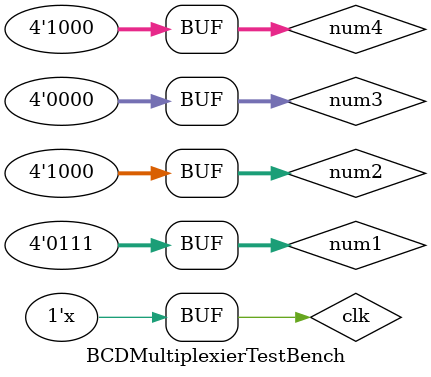
<source format=sv>
`timescale 1ns / 1ps


module BCDMultiplexierTestBench(

    );

    reg clk = 1'b1;
    reg [3:0] num1 = 0 ;
    reg [3:0] num2;
    reg [3:0] num3;
    reg [3:0] num4;


/*    input clk,
    input [3:0] number1,
    input [3:0] number2,
    input [3:0] number3,
    input [3:0] number4,
    output [6:0] segDigit,
    output [3:0] segSel
*/

    wire [6:0] digit;
    wire [3:0] sel;

    BCDMultiplexier muxed(
        .clk(clk),
        .number1(num1),
        .number2(num2),
        .number3(num3),
        .number4(num4),
        .segDigit(digit),
        .segSel(sel)
    );

    initial begin
        for (int i = 0; i < 200; i=i+1) begin
            num1 = i % 16;
            num2 = (i + 1) % 16;
            num3 = 0;
            num4 = (i + 1) % 16;
            #10;         
        end
    end

    always
    begin
        #5 clk = ~clk;
    end

endmodule

</source>
